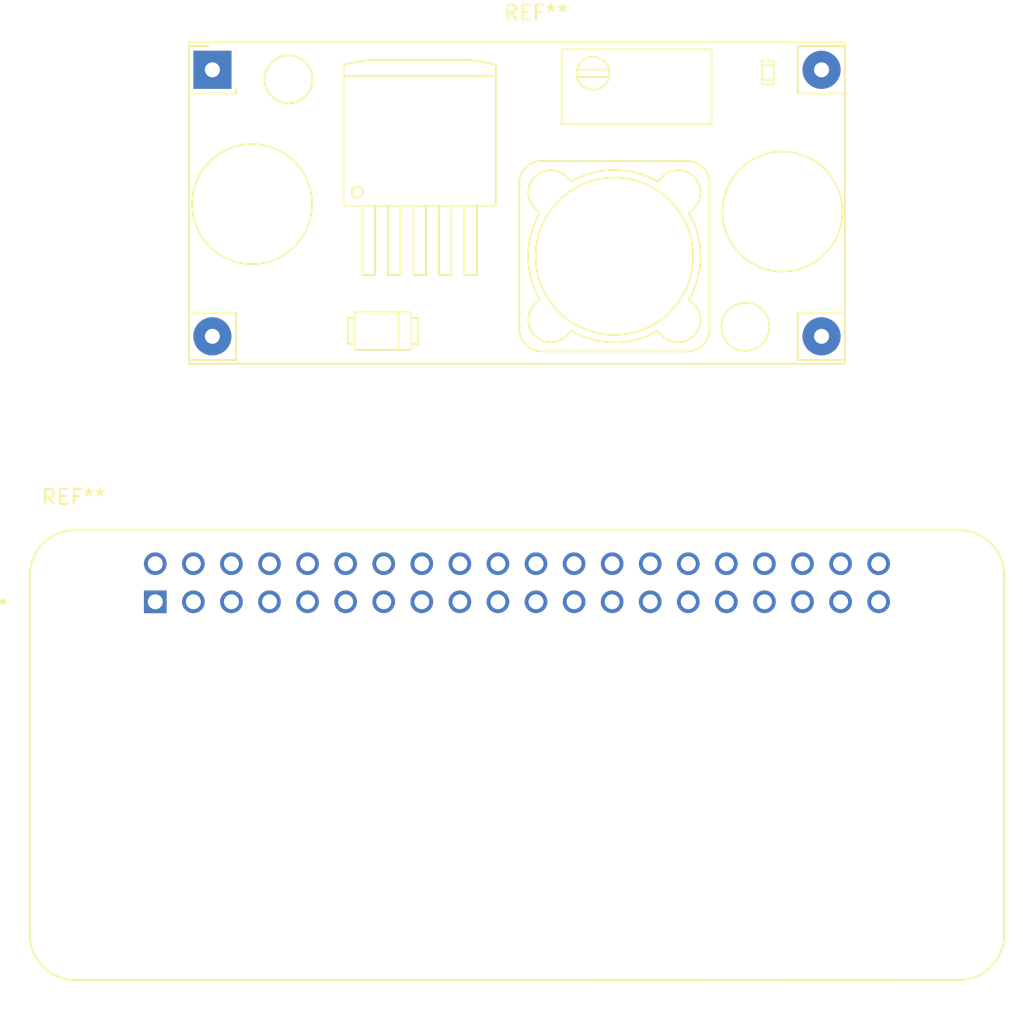
<source format=kicad_pcb>
(kicad_pcb (version 20211014) (generator pcbnew)
  (layers (0 "F.Cu" signal) (31 "B.Cu" signal) (34 "B.Paste" user) (35 "F.Paste" user) (36 "B.SilkS" user "B.Silkscreen") (37 "F.SilkS" user "F.Silkscreen") (38 "B.Mask" user) (39 "F.Mask" user) (44 "Edge.Cuts" user))
  (net 0 "")
  (footprint "LM2596:YAAJ_DCDC_StepDown_LM2596" (layer "F.Cu") (at 50.8 99.06)
    (fp_text reference "REF**" (at 21.59 -3.81) (layer "F.SilkS"))
    (fp_text value "YAAJ_DCDC_StepDown_LM2596")
    (fp_line (start -1.55 -1.58) (end -0.25 -1.58) (layer "F.SilkS") (width 0.12))
    (fp_line (start 13.281636 16.558217) (end 13.731636 16.558217) (layer "F.SilkS") (width 0.12))
    (fp_line (start 39.06 19.36) (end 42.175 19.36) (layer "F.SilkS") (width 0.12))
    (fp_line (start 16.810233 13.69667) (end 16.810233 9.06667) (layer "F.SilkS") (width 0.12))
    (fp_line (start 24.360553 0.482294) (end 26.439014 0.482294) (layer "F.SilkS") (width 0.12))
    (fp_line (start 39.06 1.58) (end 42.22 1.58) (layer "F.SilkS") (width 0.12))
    (fp_line (start 33.249783 3.632294) (end 23.349783 3.632294) (layer "F.SilkS") (width 0.12))
    (fp_line (start 24.336385 -0.0491) (end 24.360553 -0.017705) (layer "F.SilkS") (width 0.12))
    (fp_line (start 8.749233 1.004149) (end 8.749233 1.165687) (layer "F.SilkS") (width 0.12))
    (fp_line (start 11.710233 13.69667) (end 11.710233 9.06667) (layer "F.SilkS") (width 0.12))
    (fp_line (start 31.858978 -1.368705) (end 31.814106 -1.368705) (layer "F.SilkS") (width 0.12))
    (fp_line (start 13.410233 13.69667) (end 13.410233 9.06667) (layer "F.SilkS") (width 0.12))
    (fp_line (start 17.650233 13.69667) (end 17.650233 9.06667) (layer "F.SilkS") (width 0.12))
    (fp_line (start 1.58 1.27) (end 1.58 1.58) (layer "F.SilkS") (width 0.12))
    (fp_line (start 13.731636 16.558217) (end 13.731636 18.308217) (layer "F.SilkS") (width 0.12))
    (fp_line (start 39.06 1.58) (end 39.06 -1.58) (layer "F.SilkS") (width 0.12))
    (fp_line (start 18.83267 9.06667) (end 18.910233 8.989106) (layer "F.SilkS") (width 0.12))
    (fp_line (start -1.555 -1.835) (end -1.555 19.615) (layer "F.SilkS") (width 0.12))
    (fp_line (start 10.010233 13.69667) (end 10.850233 13.69667) (layer "F.SilkS") (width 0.12))
    (fp_line (start 9.031636 16.558217) (end 9.481636 16.558217) (layer "F.SilkS") (width 0.12))
    (fp_line (start -1.55 16.2) (end 1.58 16.2) (layer "F.SilkS") (width 0.12))
    (fp_line (start 13.282636 16.794696) (end 13.282636 16.700144) (layer "F.SilkS") (width 0.12))
    (fp_line (start 37.448681 0.980295) (end 36.648681 0.980295) (layer "F.SilkS") (width 0.12))
    (fp_line (start 39.06 16.2) (end 42.175 16.2) (layer "F.SilkS") (width 0.12))
    (fp_line (start 31.942312 -1.368705) (end 31.908357 -1.368705) (layer "F.SilkS") (width 0.12))
    (fp_line (start 9.481636 18.308217) (end 9.031636 18.308217) (layer "F.SilkS") (width 0.12))
    (fp_line (start 9.581636 16.183217) (end 13.181636 16.183217) (layer "F.SilkS") (width 0.12))
    (fp_line (start 16.810233 13.69667) (end 17.650233 13.69667) (layer "F.SilkS") (width 0.12))
    (fp_line (start 18.910233 8.989106) (end 18.910233 -0.36239) (layer "F.SilkS") (width 0.12))
    (fp_line (start 31.667397 6.085796) (end 21.967397 6.085796) (layer "F.SilkS") (width 0.12))
    (fp_line (start 14.250233 13.69667) (end 14.250233 9.06667) (layer "F.SilkS") (width 0.12))
    (fp_line (start 26.439014 -0.017705) (end 24.360553 -0.017705) (layer "F.SilkS") (width 0.12))
    (fp_line (start 36.648681 -0.299704) (end 37.448681 -0.299704) (layer "F.SilkS") (width 0.12))
    (fp_line (start -1.55 19.36) (end 1.58 19.36) (layer "F.SilkS") (width 0.12))
    (fp_line (start 20.467397 7.585796) (end 20.467397 17.285796) (layer "F.SilkS") (width 0.12))
    (fp_line (start 15.110233 13.69667) (end 15.110233 9.06667) (layer "F.SilkS") (width 0.12))
    (fp_line (start 8.750233 -0.36239) (end 10.400233 -0.653329) (layer "F.SilkS") (width 0.12))
    (fp_line (start 1.58 16.2) (end 1.58 19.36) (layer "F.SilkS") (width 0.12))
    (fp_line (start 42.195 19.615) (end 42.195 -1.835) (layer "F.SilkS") (width 0.12))
    (fp_line (start 8.750233 8.989106) (end 8.750233 -0.36239) (layer "F.SilkS") (width 0.12))
    (fp_line (start 21.967397 18.785796) (end 31.667397 18.785796) (layer "F.SilkS") (width 0.12))
    (fp_line (start -1.555 19.615) (end 42.195 19.615) (layer "F.SilkS") (width 0.12))
    (fp_line (start 24.348594 0.007294) (end 24.360553 -0.017705) (layer "F.SilkS") (width 0.12))
    (fp_line (start 15.950233 13.69667) (end 15.950233 9.06667) (layer "F.SilkS") (width 0.12))
    (fp_line (start 9.481636 18.583217) (end 9.481636 16.283217) (layer "F.SilkS") (width 0.12))
    (fp_line (start 37.448681 0.660295) (end 36.648681 0.660295) (layer "F.SilkS") (width 0.12))
    (fp_line (start 15.110233 13.69667) (end 15.950233 13.69667) (layer "F.SilkS") (width 0.12))
    (fp_line (start 37.448681 -0.619704) (end 37.448681 0.980295) (layer "F.SilkS") (width 0.12))
    (fp_line (start 13.181636 18.683217) (end 9.581636 18.683217) (layer "F.SilkS") (width 0.12))
    (fp_line (start 37.448681 -0.619704) (end 36.648681 -0.619704) (layer "F.SilkS") (width 0.12))
    (fp_line (start 36.648681 0.980295) (end 36.648681 -0.619704) (layer "F.SilkS") (width 0.12))
    (fp_line (start 39.06 -1.58) (end 42.175 -1.58) (layer "F.SilkS") (width 0.12))
    (fp_line (start 24.348594 0.007294) (end 24.324147 0.002062) (layer "F.SilkS") (width 0.12))
    (fp_line (start 33.167397 17.285796) (end 33.167397 7.585796) (layer "F.SilkS") (width 0.12))
    (fp_line (start 9.031636 18.308217) (end 9.031636 16.558217) (layer "F.SilkS") (width 0.12))
    (fp_line (start 42.195 -1.835) (end -1.555 -1.835) (layer "F.SilkS") (width 0.12))
    (fp_line (start 17.260233 -0.653329) (end 18.910233 -0.36239) (layer "F.SilkS") (width 0.12))
    (fp_line (start 12.411358 16.283217) (end 12.411358 18.583217) (layer "F.SilkS") (width 0.12))
    (fp_line (start 11.710233 13.69667) (end 12.550233 13.69667) (layer "F.SilkS") (width 0.12))
    (fp_line (start 12.550233 13.69667) (end 12.550233 9.06667) (layer "F.SilkS") (width 0.12))
    (fp_line (start 10.850233 13.69667) (end 10.850233 9.06667) (layer "F.SilkS") (width 0.12))
    (fp_line (start 8.750233 8.989106) (end 8.827797 9.06667) (layer "F.SilkS") (width 0.12))
    (fp_line (start -1.55 1.575) (end 1.58 1.58) (layer "F.SilkS") (width 0.12))
    (fp_line (start 24.348594 0.007294) (end 24.355764 -0.023925) (layer "F.SilkS") (width 0.12))
    (fp_line (start 39.06 19.36) (end 39.06 16.2) (layer "F.SilkS") (width 0.12))
    (fp_line (start 23.349783 -1.367705) (end 33.249783 -1.367705) (layer "F.SilkS") (width 0.12))
    (fp_line (start 23.299783 3.582294) (end 23.299783 -1.317705) (layer "F.SilkS") (width 0.12))
    (fp_line (start 13.410233 13.69667) (end 14.250233 13.69667) (layer "F.SilkS") (width 0.12))
    (fp_line (start 33.299783 -1.317705) (end 33.299783 3.582294) (layer "F.SilkS") (width 0.12))
    (fp_line (start 18.910233 0.42667) (end 8.750233 0.42667) (layer "F.SilkS") (width 0.12))
    (fp_line (start 13.281636 16.283217) (end 13.281636 18.583217) (layer "F.SilkS") (width 0.12))
    (fp_line (start 10.400233 -0.653329) (end 17.260233 -0.653329) (layer "F.SilkS") (width 0.12))
    (fp_line (start 13.731636 18.308217) (end 13.281636 18.308217) (layer "F.SilkS") (width 0.12))
    (fp_line (start 8.827797 9.06667) (end 18.83267 9.06667) (layer "F.SilkS") (width 0.12))
    (fp_line (start 10.010233 13.69667) (end 10.010233 9.06667) (layer "F.SilkS") (width 0.12))
    (fp_arc (start 33.249783 -1.367705) (mid 33.285138 -1.35306) (end 33.299783 -1.317705) (layer "F.SilkS") (width 0.12))
    (fp_arc (start 31.853662 15.405582) (mid 32.120698 17.739097) (end 29.787183 17.472062) (layer "F.SilkS") (width 0.12))
    (fp_arc (start 31.819576 9.600183) (mid 32.567397 12.435796) (end 31.819576 15.27141) (layer "F.SilkS") (width 0.12))
    (fp_arc (start 21.781131 9.46601) (mid 21.825145 9.526245) (end 21.815218 9.600183) (layer "F.SilkS") (width 0.12))
    (fp_arc (start 21.967397 18.785796) (mid 20.906737 18.346456) (end 20.467397 17.285796) (layer "F.SilkS") (width 0.12))
    (fp_arc (start 33.167397 17.285796) (mid 32.728057 18.346456) (end 31.667397 18.785796) (layer "F.SilkS") (width 0.12))
    (fp_arc (start 21.815217 15.271409) (mid 21.825145 15.345347) (end 21.781132 15.405582) (layer "F.SilkS") (width 0.12))
    (fp_arc (start 20.467397 7.585796) (mid 20.906737 6.525136) (end 21.967397 6.085796) (layer "F.SilkS") (width 0.12))
    (fp_arc (start 24.324148 0.462527) (mid 26.469605 -0.023594) (end 24.336385 0.51369) (layer "F.SilkS") (width 0.12))
    (fp_arc (start 21.815218 15.27141) (mid 21.067397 12.435796) (end 21.815218 9.600183) (layer "F.SilkS") (width 0.12))
    (fp_arc (start 23.847611 17.472062) (mid 23.907845 17.428049) (end 23.981783 17.437976) (layer "F.SilkS") (width 0.12))
    (fp_arc (start 31.667397 6.085796) (mid 32.728057 6.525136) (end 33.167397 7.585796) (layer "F.SilkS") (width 0.12))
    (fp_arc (start 31.819577 9.600184) (mid 31.809649 9.526246) (end 31.853662 9.466011) (layer "F.SilkS") (width 0.12))
    (fp_arc (start 9.581636 18.683217) (mid 9.510925 18.653928) (end 9.481636 18.583217) (layer "F.SilkS") (width 0.12))
    (fp_arc (start 23.847611 17.472062) (mid 21.514095 17.739097) (end 21.781132 15.405582) (layer "F.SilkS") (width 0.12))
    (fp_arc (start 23.981784 7.433617) (mid 26.817397 6.685796) (end 29.653011 7.433617) (layer "F.SilkS") (width 0.12))
    (fp_arc (start 21.781132 9.466011) (mid 21.514096 7.132496) (end 23.847611 7.399531) (layer "F.SilkS") (width 0.12))
    (fp_arc (start 23.981783 7.433617) (mid 23.907845 7.443544) (end 23.847611 7.399531) (layer "F.SilkS") (width 0.12))
    (fp_arc (start 13.281636 18.583217) (mid 13.252347 18.653928) (end 13.181636 18.683217) (layer "F.SilkS") (width 0.12))
    (fp_arc (start 13.181636 16.183217) (mid 13.252347 16.212506) (end 13.281636 16.283217) (layer "F.SilkS") (width 0.12))
    (fp_arc (start 33.299783 3.582294) (mid 33.285138 3.617649) (end 33.249783 3.632294) (layer "F.SilkS") (width 0.12))
    (fp_arc (start 31.853663 15.405583) (mid 31.809649 15.345348) (end 31.819576 15.27141) (layer "F.SilkS") (width 0.12))
    (fp_arc (start 23.299783 -1.317705) (mid 23.314428 -1.35306) (end 23.349783 -1.367705) (layer "F.SilkS") (width 0.12))
    (fp_arc (start 29.787183 7.399531) (mid 29.726949 7.443544) (end 29.653011 7.433617) (layer "F.SilkS") (width 0.12))
    (fp_arc (start 23.349783 3.632294) (mid 23.314428 3.617649) (end 23.299783 3.582294) (layer "F.SilkS") (width 0.12))
    (fp_arc (start 9.481636 16.283217) (mid 9.510925 16.212506) (end 9.581636 16.183217) (layer "F.SilkS") (width 0.12))
    (fp_arc (start 29.653011 17.437976) (mid 29.726949 17.428049) (end 29.787183 17.472062) (layer "F.SilkS") (width 0.12))
    (fp_arc (start 29.653011 17.437976) (mid 26.817397 18.185797) (end 23.981783 17.437976) (layer "F.SilkS") (width 0.12))
    (fp_arc (start 29.787183 7.399531) (mid 32.120699 7.132496) (end 31.853662 9.466011) (layer "F.SilkS") (width 0.12))
    (fp_circle (center 35.56 17.145) (end 37.159 17.145) (layer "F.SilkS") (width 0.12) (fill none))
    (fp_circle (center 38.029307 9.455206) (end 42.029307 9.455206) (layer "F.SilkS") (width 0.12) (fill none))
    (fp_circle (center 5.08 0.635) (end 6.678999 0.635) (layer "F.SilkS") (width 0.12) (fill none))
    (fp_circle (center 26.817397 12.435796) (end 32.067397 12.435796) (layer "F.SilkS") (width 0.12) (fill none))
    (fp_circle (center 2.646666 8.957418) (end 6.646666 8.957418) (layer "F.SilkS") (width 0.12) (fill none))
    (fp_circle (center 9.673179 8.154594) (end 10.048179 8.154594) (layer "F.SilkS") (width 0.12) (fill none))
    (pad "1" thru_hole rect locked (at 0 0) (size 2.54 2.54) (drill 1) (layers *.Cu *.Mask))
    (pad "2" thru_hole circle locked (at 0 17.78) (size 2.54 2.54) (drill 1) (layers *.Cu *.Mask))
    (pad "3" thru_hole circle locked (at 40.64 17.78) (size 2.54 2.54) (drill 1) (layers *.Cu *.Mask))
    (pad "4" thru_hole circle locked (at 40.64 0) (size 2.54 2.54) (drill 1) (layers *.Cu *.Mask))
  )
  (footprint "RASPBERRY_PI_ZERO_2_W:MODULE_RASPBERRY_PI_ZERO_2_W" (layer "F.Cu") (at 71.12 144.78)
    (fp_text reference "REF**" (at -29.569 -17.2162) (layer "F.SilkS") (effects (font (size 1.00189 1.00189))))
    (fp_text value "MODULE_RASPBERRY_PI_ZERO_2_W")
    (fp_line (start -29.5 15) (end 29.5 15) (layer "F.SilkS") (width 0.127))
    (fp_line (start 32.5 12) (end 32.5 -12) (layer "F.SilkS") (width 0.127))
    (fp_line (start 17 15) (end 25.35 15) (layer "F.SilkS") (width 0.127))
    (fp_line (start -32.5 -12) (end -32.5 12) (layer "F.SilkS") (width 0.127))
    (fp_line (start 29.5 -15) (end -29.5 -15) (layer "F.SilkS") (width 0.127))
    (fp_line (start 4.4 15) (end 12.75 15) (layer "F.SilkS") (width 0.127))
    (fp_arc (start -32.5 -12) (mid -31.62132 -14.12132) (end -29.5 -15) (layer "F.SilkS") (width 0.127))
    (fp_arc (start -29.5 15) (mid -31.62132 14.12132) (end -32.5 12) (layer "F.SilkS") (width 0.127))
    (fp_arc (start 29.5 -15) (mid 31.62132 -14.12132) (end 32.5 -12) (layer "F.SilkS") (width 0.127))
    (fp_arc (start 32.5 12) (mid 31.62132 14.12132) (end 29.5 15) (layer "F.SilkS") (width 0.127))
    (fp_circle (center -34.29 -10.23) (end -34.19 -10.23) (layer "F.SilkS") (width 0.2) (fill none))
    (pad "" np_thru_hole circle locked (at 29 -11.5) (size 2.75 2.75) (drill 2.75) (layers *.Cu *.Mask))
    (pad "" np_thru_hole circle locked (at -29 -11.5) (size 2.75 2.75) (drill 2.75) (layers *.Cu *.Mask))
    (pad "" np_thru_hole circle locked (at -29 11.5) (size 2.75 2.75) (drill 2.75) (layers *.Cu *.Mask))
    (pad "" np_thru_hole circle locked (at 29 11.5) (size 2.75 2.75) (drill 2.75) (layers *.Cu *.Mask))
    (pad "1" thru_hole rect locked (at -24.13 -10.23) (size 1.508 1.508) (drill 1) (layers *.Cu *.Mask))
    (pad "2" thru_hole circle locked (at -24.13 -12.77) (size 1.508 1.508) (drill 1) (layers *.Cu *.Mask))
    (pad "3" thru_hole circle locked (at -21.59 -10.23) (size 1.508 1.508) (drill 1) (layers *.Cu *.Mask))
    (pad "4" thru_hole circle locked (at -21.59 -12.77) (size 1.508 1.508) (drill 1) (layers *.Cu *.Mask))
    (pad "5" thru_hole circle locked (at -19.05 -10.23) (size 1.508 1.508) (drill 1) (layers *.Cu *.Mask))
    (pad "6" thru_hole circle locked (at -19.05 -12.77) (size 1.508 1.508) (drill 1) (layers *.Cu *.Mask))
    (pad "7" thru_hole circle locked (at -16.51 -10.23) (size 1.508 1.508) (drill 1) (layers *.Cu *.Mask))
    (pad "8" thru_hole circle locked (at -16.51 -12.77) (size 1.508 1.508) (drill 1) (layers *.Cu *.Mask))
    (pad "9" thru_hole circle locked (at -13.97 -10.23) (size 1.508 1.508) (drill 1) (layers *.Cu *.Mask))
    (pad "10" thru_hole circle locked (at -13.97 -12.77) (size 1.508 1.508) (drill 1) (layers *.Cu *.Mask))
    (pad "11" thru_hole circle locked (at -11.43 -10.23) (size 1.508 1.508) (drill 1) (layers *.Cu *.Mask))
    (pad "12" thru_hole circle locked (at -11.43 -12.77) (size 1.508 1.508) (drill 1) (layers *.Cu *.Mask))
    (pad "13" thru_hole circle locked (at -8.89 -10.23) (size 1.508 1.508) (drill 1) (layers *.Cu *.Mask))
    (pad "14" thru_hole circle locked (at -8.89 -12.77) (size 1.508 1.508) (drill 1) (layers *.Cu *.Mask))
    (pad "15" thru_hole circle locked (at -6.35 -10.23) (size 1.508 1.508) (drill 1) (layers *.Cu *.Mask))
    (pad "16" thru_hole circle locked (at -6.35 -12.77) (size 1.508 1.508) (drill 1) (layers *.Cu *.Mask))
    (pad "17" thru_hole circle locked (at -3.81 -10.23) (size 1.508 1.508) (drill 1) (layers *.Cu *.Mask))
    (pad "18" thru_hole circle locked (at -3.81 -12.77) (size 1.508 1.508) (drill 1) (layers *.Cu *.Mask))
    (pad "19" thru_hole circle locked (at -1.27 -10.23) (size 1.508 1.508) (drill 1) (layers *.Cu *.Mask))
    (pad "20" thru_hole circle locked (at -1.27 -12.77) (size 1.508 1.508) (drill 1) (layers *.Cu *.Mask))
    (pad "21" thru_hole circle locked (at 1.27 -10.23) (size 1.508 1.508) (drill 1) (layers *.Cu *.Mask))
    (pad "22" thru_hole circle locked (at 1.27 -12.77) (size 1.508 1.508) (drill 1) (layers *.Cu *.Mask))
    (pad "23" thru_hole circle locked (at 3.81 -10.23) (size 1.508 1.508) (drill 1) (layers *.Cu *.Mask))
    (pad "24" thru_hole circle locked (at 3.81 -12.77) (size 1.508 1.508) (drill 1) (layers *.Cu *.Mask))
    (pad "25" thru_hole circle locked (at 6.35 -10.23) (size 1.508 1.508) (drill 1) (layers *.Cu *.Mask))
    (pad "26" thru_hole circle locked (at 6.35 -12.77) (size 1.508 1.508) (drill 1) (layers *.Cu *.Mask))
    (pad "27" thru_hole circle locked (at 8.89 -10.23) (size 1.508 1.508) (drill 1) (layers *.Cu *.Mask))
    (pad "28" thru_hole circle locked (at 8.89 -12.77) (size 1.508 1.508) (drill 1) (layers *.Cu *.Mask))
    (pad "29" thru_hole circle locked (at 11.43 -10.23) (size 1.508 1.508) (drill 1) (layers *.Cu *.Mask))
    (pad "30" thru_hole circle locked (at 11.43 -12.77) (size 1.508 1.508) (drill 1) (layers *.Cu *.Mask))
    (pad "31" thru_hole circle locked (at 13.97 -10.23) (size 1.508 1.508) (drill 1) (layers *.Cu *.Mask))
    (pad "32" thru_hole circle locked (at 13.97 -12.77) (size 1.508 1.508) (drill 1) (layers *.Cu *.Mask))
    (pad "33" thru_hole circle locked (at 16.51 -10.23) (size 1.508 1.508) (drill 1) (layers *.Cu *.Mask))
    (pad "34" thru_hole circle locked (at 16.51 -12.77) (size 1.508 1.508) (drill 1) (layers *.Cu *.Mask))
    (pad "35" thru_hole circle locked (at 19.05 -10.23) (size 1.508 1.508) (drill 1) (layers *.Cu *.Mask))
    (pad "36" thru_hole circle locked (at 19.05 -12.77) (size 1.508 1.508) (drill 1) (layers *.Cu *.Mask))
    (pad "37" thru_hole circle locked (at 21.59 -10.23) (size 1.508 1.508) (drill 1) (layers *.Cu *.Mask))
    (pad "38" thru_hole circle locked (at 21.59 -12.77) (size 1.508 1.508) (drill 1) (layers *.Cu *.Mask))
    (pad "39" thru_hole circle locked (at 24.13 -10.23) (size 1.508 1.508) (drill 1) (layers *.Cu *.Mask))
    (pad "40" thru_hole circle locked (at 24.13 -12.77) (size 1.508 1.508) (drill 1) (layers *.Cu *.Mask))
  )
)
</source>
